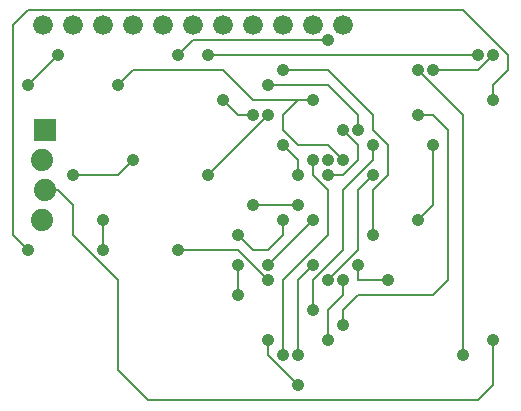
<source format=gbl>
G04 EAGLE Gerber RS-274X export*
G75*
%MOIN*%
%FSLAX36Y36*%
%LPD*%
%INBottom Copper Layer*%
%IPPOS*%
%AMOC8*
5,1,8,0,0,1.08239X$1,22.5*%
G01*
%ADD10C,0.066000*%
%ADD11R,0.074000X0.074000*%
%ADD12C,0.074000*%
%ADD13C,0.006000*%
%ADD14C,0.041654*%


D10*
X150000Y1300000D03*
X250000Y1300000D03*
X350000Y1300000D03*
X450000Y1300000D03*
X550000Y1300000D03*
X650000Y1300000D03*
X750000Y1300000D03*
X850000Y1300000D03*
X950000Y1300000D03*
X1050000Y1300000D03*
X1150000Y1300000D03*
D11*
X155000Y950000D03*
D12*
X145000Y850000D03*
X155000Y750000D03*
X145000Y650000D03*
D13*
X600000Y550000D02*
X800000Y550000D01*
X900000Y450000D01*
X900000Y200000D02*
X1000000Y100000D01*
X900000Y200000D02*
X900000Y250000D01*
D14*
X900000Y450000D03*
X1000000Y100000D03*
X900000Y250000D03*
X600000Y550000D03*
D13*
X350000Y550000D02*
X350000Y650000D01*
X1100000Y800000D02*
X1150000Y800000D01*
X1200000Y850000D01*
X1200000Y900000D01*
X1150000Y950000D01*
X1050000Y650000D02*
X900000Y500000D01*
D14*
X1050000Y650000D03*
X1100000Y800000D03*
X1150000Y950000D03*
X350000Y650000D03*
X900000Y500000D03*
X350000Y550000D03*
D13*
X700000Y1200000D02*
X1600000Y1200000D01*
D14*
X700000Y1200000D03*
X1600000Y1200000D03*
D13*
X800000Y500000D02*
X800000Y400000D01*
X700000Y800000D02*
X900000Y1000000D01*
D14*
X900000Y1000000D03*
X800000Y400000D03*
X800000Y500000D03*
X700000Y800000D03*
D13*
X1450000Y1150000D02*
X1600000Y1150000D01*
X1650000Y1200000D01*
X1100000Y1250000D02*
X650000Y1250000D01*
X600000Y1200000D01*
X800000Y1000000D02*
X850000Y1000000D01*
X800000Y1000000D02*
X750000Y1050000D01*
X1150000Y350000D02*
X1150000Y300000D01*
X1150000Y350000D02*
X1200000Y400000D01*
X1450000Y400000D01*
X1500000Y450000D01*
X1500000Y950000D01*
X1450000Y1000000D01*
X1400000Y1000000D01*
D14*
X1100000Y1250000D03*
X850000Y1000000D03*
X1650000Y1200000D03*
X750000Y1050000D03*
X1450000Y1150000D03*
X1150000Y300000D03*
X1400000Y1000000D03*
X600000Y1200000D03*
D13*
X1250000Y750000D02*
X1250000Y600000D01*
X1250000Y750000D02*
X1300000Y800000D01*
X1300000Y900000D01*
X1250000Y950000D01*
X1100000Y350000D02*
X1100000Y250000D01*
X1100000Y350000D02*
X1150000Y400000D01*
X1150000Y450000D01*
X1250000Y950000D02*
X1250000Y1000000D01*
X1100000Y1150000D01*
X950000Y1150000D01*
D14*
X1150000Y450000D03*
X1250000Y600000D03*
X1100000Y250000D03*
X950000Y1150000D03*
D13*
X1250000Y800000D02*
X1200000Y750000D01*
X1150000Y850000D02*
X1100000Y900000D01*
X1000000Y900000D01*
X950000Y950000D01*
X950000Y1000000D01*
X450000Y1150000D02*
X400000Y1100000D01*
X450000Y1150000D02*
X750000Y1150000D01*
X850000Y1050000D01*
X1000000Y1050000D01*
X1050000Y1050000D01*
X1000000Y1050000D02*
X950000Y1000000D01*
X1200000Y550000D02*
X1100000Y450000D01*
X1200000Y550000D02*
X1200000Y750000D01*
D14*
X1100000Y450000D03*
X1150000Y850000D03*
X1250000Y800000D03*
X1050000Y1050000D03*
X400000Y1100000D03*
D13*
X1000000Y450000D02*
X1000000Y200000D01*
X1000000Y450000D02*
X1050000Y500000D01*
D14*
X1050000Y500000D03*
X1000000Y200000D03*
D13*
X950000Y200000D02*
X950000Y450000D01*
X1050000Y800000D02*
X1050000Y850000D01*
X1050000Y800000D02*
X1100000Y750000D01*
X1100000Y600000D02*
X950000Y450000D01*
X1100000Y600000D02*
X1100000Y750000D01*
D14*
X1050000Y850000D03*
X950000Y200000D03*
D13*
X850000Y550000D02*
X800000Y600000D01*
X850000Y550000D02*
X900000Y550000D01*
X950000Y600000D01*
X950000Y650000D01*
X1000000Y850000D02*
X950000Y900000D01*
X1000000Y850000D02*
X1000000Y800000D01*
D14*
X950000Y900000D03*
X800000Y600000D03*
X1000000Y800000D03*
X950000Y650000D03*
D13*
X400000Y800000D02*
X250000Y800000D01*
X400000Y800000D02*
X450000Y850000D01*
X1400000Y650000D02*
X1450000Y700000D01*
X1450000Y900000D01*
X200000Y1200000D02*
X100000Y1100000D01*
X850000Y700000D02*
X1000000Y700000D01*
X1200000Y450000D02*
X1300000Y450000D01*
X1200000Y450000D02*
X1200000Y500000D01*
D14*
X200000Y1200000D03*
X1300000Y450000D03*
X450000Y850000D03*
X1200000Y500000D03*
X100000Y1100000D03*
X850000Y700000D03*
X1450000Y900000D03*
X1400000Y650000D03*
X250000Y800000D03*
X1000000Y700000D03*
D13*
X1550000Y1000000D02*
X1550000Y200000D01*
X1550000Y1000000D02*
X1400000Y1150000D01*
D14*
X1550000Y200000D03*
X1400000Y1150000D03*
D13*
X100000Y1350000D02*
X50000Y1300000D01*
X50000Y600000D01*
X100000Y550000D01*
X1650000Y1050000D02*
X1650000Y1100000D01*
X1700000Y1150000D01*
X1700000Y1200000D01*
X1550000Y1350000D01*
X100000Y1350000D01*
D14*
X1650000Y1050000D03*
X100000Y550000D03*
D13*
X250000Y600000D02*
X250000Y700000D01*
X200000Y750000D01*
X155000Y750000D01*
X1500000Y50000D02*
X1550000Y50000D01*
X1500000Y50000D02*
X500000Y50000D01*
X400000Y150000D01*
X400000Y450000D01*
X250000Y600000D01*
X1650000Y250000D02*
X1650000Y100000D01*
X1600000Y50000D01*
X1550000Y50000D01*
D14*
X1650000Y250000D03*
D13*
X1200000Y950000D02*
X1200000Y1000000D01*
X1100000Y1100000D02*
X900000Y1100000D01*
X1100000Y1100000D02*
X1200000Y1000000D01*
D14*
X1200000Y950000D03*
X1100000Y850000D03*
X900000Y1100000D03*
D13*
X1250000Y900000D02*
X1250000Y850000D01*
X1150000Y750000D01*
X1050000Y450000D02*
X1050000Y350000D01*
X1150000Y550000D02*
X1150000Y750000D01*
X1150000Y550000D02*
X1050000Y450000D01*
D14*
X1050000Y350000D03*
X1250000Y900000D03*
M02*

</source>
